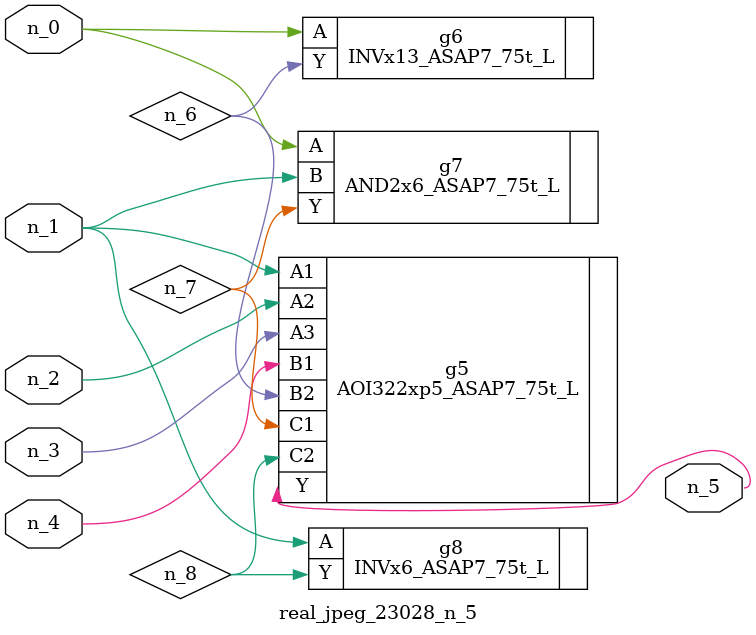
<source format=v>
module real_jpeg_23028_n_5 (n_4, n_0, n_1, n_2, n_3, n_5);

input n_4;
input n_0;
input n_1;
input n_2;
input n_3;

output n_5;

wire n_8;
wire n_6;
wire n_7;

INVx13_ASAP7_75t_L g6 ( 
.A(n_0),
.Y(n_6)
);

AND2x6_ASAP7_75t_L g7 ( 
.A(n_0),
.B(n_1),
.Y(n_7)
);

AOI322xp5_ASAP7_75t_L g5 ( 
.A1(n_1),
.A2(n_2),
.A3(n_3),
.B1(n_4),
.B2(n_6),
.C1(n_7),
.C2(n_8),
.Y(n_5)
);

INVx6_ASAP7_75t_L g8 ( 
.A(n_1),
.Y(n_8)
);


endmodule
</source>
